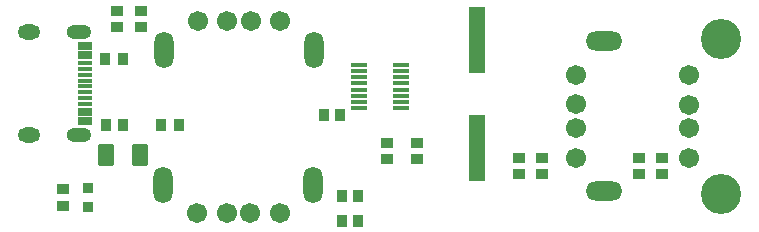
<source format=gts>
G04 Layer: TopSolderMaskLayer*
G04 EasyEDA Pro v2.2.27.1, 2024-09-16 11:55:17*
G04 Gerber Generator version 0.3*
G04 Scale: 100 percent, Rotated: No, Reflected: No*
G04 Dimensions in millimeters*
G04 Leading zeros omitted, absolute positions, 3 integers and 5 decimals*
%FSLAX35Y35*%
%MOMM*%
%AMRoundRect*1,1,$1,$2,$3*1,1,$1,$4,$5*1,1,$1,0-$2,0-$3*1,1,$1,0-$4,0-$5*20,1,$1,$2,$3,$4,$5,0*20,1,$1,$4,$5,0-$2,0-$3,0*20,1,$1,0-$2,0-$3,0-$4,0-$5,0*20,1,$1,0-$4,0-$5,$2,$3,0*4,1,4,$2,$3,$4,$5,0-$2,0-$3,0-$4,0-$5,$2,$3,0*%
%ADD10RoundRect,0.09131X-0.40514X0.45514X0.40514X0.45514*%
%ADD11RoundRect,0.09131X-0.45514X-0.40514X-0.45514X0.40514*%
%ADD12RoundRect,0.09131X0.40514X-0.45514X-0.40514X-0.45514*%
%ADD13RoundRect,0.07779X-0.61111X0.13612X0.61111X0.13612*%
%ADD14C,1.7016*%
%ADD15O,1.6256X3.10159*%
%ADD16O,3.10159X1.6256*%
%ADD17C,3.40159*%
%ADD18RoundRect,0.08669X0.55667X0.28168X0.55667X-0.28168*%
%ADD19RoundRect,0.08002X0.56X0.16X0.56X-0.16*%
%ADD20O,2.10002X1.20002*%
%ADD21O,1.90002X1.30002*%
%ADD22RoundRect,0.09473X0.65343X2.75343X0.65343X-2.75343*%
%ADD23RoundRect,0.09131X0.45514X0.40514X0.45514X-0.40514*%
%ADD24RoundRect,0.09131X0.40519X-0.40519X-0.40519X-0.40519*%
%ADD25RoundRect,0.09138X0.40835X-0.43712X-0.40835X-0.43712*%
%ADD26RoundRect,0.09138X0.43712X0.40835X0.43712X-0.40835*%
%ADD27RoundRect,0.09419X-0.59875X0.8677X0.59875X0.8677*%
G75*


G04 Pad Start*
G54D10*
G01X2787802Y-1003300D03*
G01X2647798Y-1003300D03*
G54D11*
G01X3187700Y-1238098D03*
G01X3187700Y-1378102D03*
G01X3441700Y-1238098D03*
G01X3441700Y-1378102D03*
G54D12*
G01X805523Y-1092200D03*
G01X945528Y-1092200D03*
G54D13*
G01X2944190Y-576504D03*
G01X2944190Y-629514D03*
G01X2944190Y-682498D03*
G01X2944190Y-735508D03*
G01X2944190Y-788492D03*
G01X2944190Y-841502D03*
G01X2944190Y-894512D03*
G01X2944190Y-947496D03*
G01X3304210Y-947496D03*
G01X3304210Y-894512D03*
G01X3304210Y-841502D03*
G01X3304210Y-788492D03*
G01X3304210Y-735508D03*
G01X3304210Y-682498D03*
G01X3304210Y-629514D03*
G01X3304210Y-576504D03*
G54D14*
G01X2276673Y-1834502D03*
G01X2026686Y-1834502D03*
G01X1826687Y-1834502D03*
G01X1576675Y-1834502D03*
G54D15*
G01X2561687Y-1594498D03*
G01X1291687Y-1594498D03*
G54D14*
G01X1580413Y-210198D03*
G01X1830400Y-210198D03*
G01X2030400Y-210198D03*
G01X2280412Y-210198D03*
G54D15*
G01X1295400Y-450202D03*
G01X2565400Y-450202D03*
G54D14*
G01X4782198Y-1364130D03*
G01X4782198Y-1114143D03*
G01X4782198Y-914143D03*
G01X4782198Y-664131D03*
G54D16*
G01X5022202Y-1649143D03*
G01X5022202Y-379143D03*
G54D14*
G01X5744604Y-1366012D03*
G01X5744604Y-1116000D03*
G01X5744604Y-916000D03*
G01X5744604Y-666013D03*
G54D17*
G01X6015596Y-1672996D03*
G01X6015596Y-359004D03*
G54D18*
G01X631203Y-416598D03*
G01X631203Y-496608D03*
G54D19*
G01X631203Y-561607D03*
G01X631203Y-611619D03*
G01X631203Y-661606D03*
G01X631203Y-711594D03*
G01X631203Y-761606D03*
G01X631203Y-811593D03*
G01X631203Y-861606D03*
G01X631203Y-911619D03*
G54D18*
G01X631203Y-976617D03*
G01X631203Y-1056602D03*
G54D20*
G01X576212Y-304101D03*
G01X576212Y-1169098D03*
G54D21*
G01X156197Y-304101D03*
G01X156197Y-1169098D03*
G54D22*
G01X3949700Y-1280795D03*
G01X3949700Y-370205D03*
G54D11*
G01X5314241Y-1365105D03*
G01X5314241Y-1505110D03*
G01X5516489Y-1364800D03*
G01X5516489Y-1504805D03*
G01X4305300Y-1365098D03*
G01X4305300Y-1505102D03*
G01X4495800Y-1365098D03*
G01X4495800Y-1505102D03*
G54D12*
G01X2800198Y-1689100D03*
G01X2940202Y-1689100D03*
G01X2800289Y-1897258D03*
G01X2940294Y-1897258D03*
G54D23*
G01X901700Y-260502D03*
G01X901700Y-120498D03*
G01X1104900Y-260502D03*
G01X1104900Y-120498D03*
G54D24*
G01X653593Y-1778612D03*
G01X653085Y-1618592D03*
G54D25*
G01X1270864Y-1092200D03*
G01X1421536Y-1092200D03*
G01X800964Y-525884D03*
G01X951636Y-525884D03*
G54D26*
G01X444500Y-1777136D03*
G01X444500Y-1626464D03*
G54D27*
G01X807999Y-1346200D03*
G01X1097001Y-1346200D03*
G04 Pad End*

M02*


</source>
